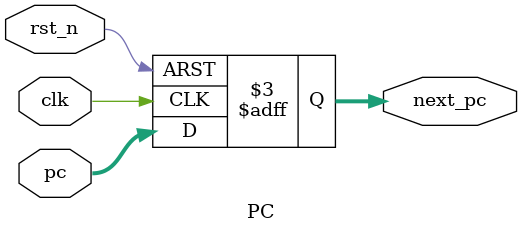
<source format=v>
module PC #(
    parameter PC_WIDTH = 32
)(
    input clk,
    input rst_n,
    input [PC_WIDTH-1:0] pc,
    output reg [PC_WIDTH-1:0] next_pc
);

always @(posedge clk or negedge rst_n) begin
    if(~rst_n) begin
        next_pc <= 32'b0;
    end
    else begin
        next_pc <= pc;
    end
end
endmodule
</source>
